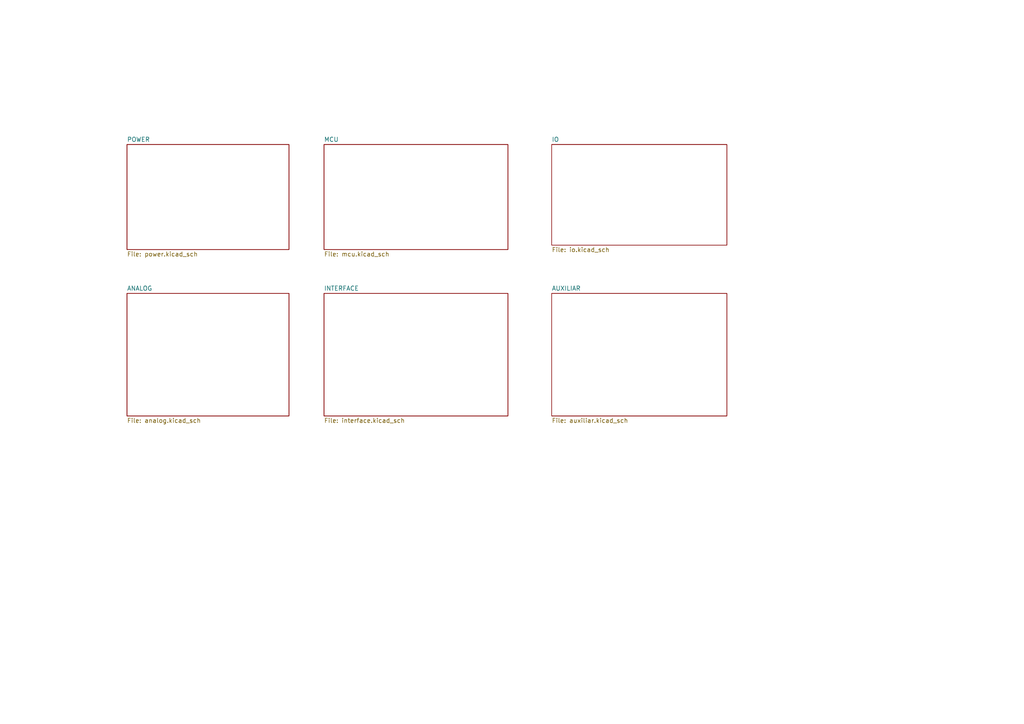
<source format=kicad_sch>
(kicad_sch
	(version 20231120)
	(generator "eeschema")
	(generator_version "8.0")
	(uuid "4030b0a4-fef4-460f-a741-3ff85f83bbc8")
	(paper "A4")
	(title_block
		(title "EMBARCADOS - CURSO PCB")
		(date "2025-02-23")
		(rev "00")
		(company "IFRN")
		(comment 1 "Eng. Andouglas G. da S. Júnior")
	)
	(lib_symbols)
	(sheet
		(at 160.02 41.91)
		(size 50.8 29.21)
		(fields_autoplaced yes)
		(stroke
			(width 0.1524)
			(type solid)
		)
		(fill
			(color 0 0 0 0.0000)
		)
		(uuid "56ace4fe-7311-4d3b-9f6f-0a4b278f97bb")
		(property "Sheetname" "IO"
			(at 160.02 41.1984 0)
			(effects
				(font
					(size 1.27 1.27)
				)
				(justify left bottom)
			)
		)
		(property "Sheetfile" "io.kicad_sch"
			(at 160.02 71.7046 0)
			(effects
				(font
					(size 1.27 1.27)
				)
				(justify left top)
			)
		)
		(instances
			(project "EmbarcadosPCB"
				(path "/4030b0a4-fef4-460f-a741-3ff85f83bbc8"
					(page "4")
				)
			)
		)
	)
	(sheet
		(at 36.83 41.91)
		(size 46.99 30.48)
		(fields_autoplaced yes)
		(stroke
			(width 0.1524)
			(type solid)
		)
		(fill
			(color 0 0 0 0.0000)
		)
		(uuid "750b26d6-7f5e-426a-ae4d-2b7d8ea89841")
		(property "Sheetname" "POWER"
			(at 36.83 41.1984 0)
			(effects
				(font
					(size 1.27 1.27)
				)
				(justify left bottom)
			)
		)
		(property "Sheetfile" "power.kicad_sch"
			(at 36.83 72.9746 0)
			(effects
				(font
					(size 1.27 1.27)
				)
				(justify left top)
			)
		)
		(instances
			(project "EmbarcadosPCB"
				(path "/4030b0a4-fef4-460f-a741-3ff85f83bbc8"
					(page "2")
				)
			)
		)
	)
	(sheet
		(at 36.83 85.09)
		(size 46.99 35.56)
		(fields_autoplaced yes)
		(stroke
			(width 0.1524)
			(type solid)
		)
		(fill
			(color 0 0 0 0.0000)
		)
		(uuid "8c00112c-bfc0-4fc2-b3a3-0ed59527a240")
		(property "Sheetname" "ANALOG"
			(at 36.83 84.3784 0)
			(effects
				(font
					(size 1.27 1.27)
				)
				(justify left bottom)
			)
		)
		(property "Sheetfile" "analog.kicad_sch"
			(at 36.83 121.2346 0)
			(effects
				(font
					(size 1.27 1.27)
				)
				(justify left top)
			)
		)
		(instances
			(project "EmbarcadosPCB"
				(path "/4030b0a4-fef4-460f-a741-3ff85f83bbc8"
					(page "5")
				)
			)
		)
	)
	(sheet
		(at 160.02 85.09)
		(size 50.8 35.56)
		(fields_autoplaced yes)
		(stroke
			(width 0.1524)
			(type solid)
		)
		(fill
			(color 0 0 0 0.0000)
		)
		(uuid "98effa09-cb9c-4660-befa-ff3b3c7e83d1")
		(property "Sheetname" "AUXILIAR"
			(at 160.02 84.3784 0)
			(effects
				(font
					(size 1.27 1.27)
				)
				(justify left bottom)
			)
		)
		(property "Sheetfile" "auxiliar.kicad_sch"
			(at 160.02 121.2346 0)
			(effects
				(font
					(size 1.27 1.27)
				)
				(justify left top)
			)
		)
		(instances
			(project "EmbarcadosPCB"
				(path "/4030b0a4-fef4-460f-a741-3ff85f83bbc8"
					(page "7")
				)
			)
		)
	)
	(sheet
		(at 93.98 85.09)
		(size 53.34 35.56)
		(fields_autoplaced yes)
		(stroke
			(width 0.1524)
			(type solid)
		)
		(fill
			(color 0 0 0 0.0000)
		)
		(uuid "c073aac9-52ef-4e56-ae6c-236bc68dd458")
		(property "Sheetname" "INTERFACE"
			(at 93.98 84.3784 0)
			(effects
				(font
					(size 1.27 1.27)
				)
				(justify left bottom)
			)
		)
		(property "Sheetfile" "interface.kicad_sch"
			(at 93.98 121.2346 0)
			(effects
				(font
					(size 1.27 1.27)
				)
				(justify left top)
			)
		)
		(instances
			(project "EmbarcadosPCB"
				(path "/4030b0a4-fef4-460f-a741-3ff85f83bbc8"
					(page "6")
				)
			)
		)
	)
	(sheet
		(at 93.98 41.91)
		(size 53.34 30.48)
		(fields_autoplaced yes)
		(stroke
			(width 0.1524)
			(type solid)
		)
		(fill
			(color 0 0 0 0.0000)
		)
		(uuid "de0c2eb4-368b-4753-b40d-42b19d140b42")
		(property "Sheetname" "MCU"
			(at 93.98 41.1984 0)
			(effects
				(font
					(size 1.27 1.27)
				)
				(justify left bottom)
			)
		)
		(property "Sheetfile" "mcu.kicad_sch"
			(at 93.98 72.9746 0)
			(effects
				(font
					(size 1.27 1.27)
				)
				(justify left top)
			)
		)
		(instances
			(project "EmbarcadosPCB"
				(path "/4030b0a4-fef4-460f-a741-3ff85f83bbc8"
					(page "3")
				)
			)
		)
	)
	(sheet_instances
		(path "/"
			(page "1")
		)
	)
)

</source>
